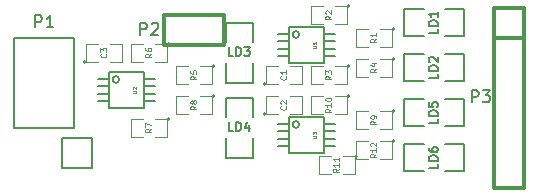
<source format=gto>
G04 (created by PCBNEW (2013-07-07 BZR 4022)-stable) date 27/01/2014 14:30:20*
%MOIN*%
G04 Gerber Fmt 3.4, Leading zero omitted, Abs format*
%FSLAX34Y34*%
G01*
G70*
G90*
G04 APERTURE LIST*
%ADD10C,0.00590551*%
%ADD11C,0.005*%
%ADD12C,0.0039*%
%ADD13C,0.012*%
%ADD14C,0.008*%
%ADD15C,0.006*%
%ADD16C,0.0043*%
%ADD17C,0.0028*%
G04 APERTURE END LIST*
G54D10*
G54D11*
X77450Y-62500D02*
X76550Y-62500D01*
X76550Y-62500D02*
X76550Y-63150D01*
X77450Y-63850D02*
X77450Y-64500D01*
X77450Y-64500D02*
X76550Y-64500D01*
X76550Y-64500D02*
X76550Y-63850D01*
X77450Y-63150D02*
X77450Y-62500D01*
X82500Y-62550D02*
X82500Y-63450D01*
X82500Y-63450D02*
X83150Y-63450D01*
X83850Y-62550D02*
X84500Y-62550D01*
X84500Y-62550D02*
X84500Y-63450D01*
X84500Y-63450D02*
X83850Y-63450D01*
X83150Y-62550D02*
X82500Y-62550D01*
X82500Y-61050D02*
X82500Y-61950D01*
X82500Y-61950D02*
X83150Y-61950D01*
X83850Y-61050D02*
X84500Y-61050D01*
X84500Y-61050D02*
X84500Y-61950D01*
X84500Y-61950D02*
X83850Y-61950D01*
X83150Y-61050D02*
X82500Y-61050D01*
X82500Y-59550D02*
X82500Y-60450D01*
X82500Y-60450D02*
X83150Y-60450D01*
X83850Y-59550D02*
X84500Y-59550D01*
X84500Y-59550D02*
X84500Y-60450D01*
X84500Y-60450D02*
X83850Y-60450D01*
X83150Y-59550D02*
X82500Y-59550D01*
X82500Y-64050D02*
X82500Y-64950D01*
X82500Y-64950D02*
X83150Y-64950D01*
X83850Y-64050D02*
X84500Y-64050D01*
X84500Y-64050D02*
X84500Y-64950D01*
X84500Y-64950D02*
X83850Y-64950D01*
X83150Y-64050D02*
X82500Y-64050D01*
X76550Y-62000D02*
X77450Y-62000D01*
X77450Y-62000D02*
X77450Y-61350D01*
X76550Y-60650D02*
X76550Y-60000D01*
X76550Y-60000D02*
X77450Y-60000D01*
X77450Y-60000D02*
X77450Y-60650D01*
X76550Y-61350D02*
X76550Y-62000D01*
G54D12*
X74700Y-63200D02*
G75*
G03X74700Y-63200I-50J0D01*
G74*
G01*
X74200Y-63200D02*
X74600Y-63200D01*
X74600Y-63200D02*
X74600Y-63800D01*
X74600Y-63800D02*
X74200Y-63800D01*
X73800Y-63800D02*
X73400Y-63800D01*
X73400Y-63800D02*
X73400Y-63200D01*
X73400Y-63200D02*
X73800Y-63200D01*
X76200Y-62450D02*
G75*
G03X76200Y-62450I-50J0D01*
G74*
G01*
X75700Y-62450D02*
X76100Y-62450D01*
X76100Y-62450D02*
X76100Y-63050D01*
X76100Y-63050D02*
X75700Y-63050D01*
X75300Y-63050D02*
X74900Y-63050D01*
X74900Y-63050D02*
X74900Y-62450D01*
X74900Y-62450D02*
X75300Y-62450D01*
X80700Y-62450D02*
G75*
G03X80700Y-62450I-50J0D01*
G74*
G01*
X80200Y-62450D02*
X80600Y-62450D01*
X80600Y-62450D02*
X80600Y-63050D01*
X80600Y-63050D02*
X80200Y-63050D01*
X79800Y-63050D02*
X79400Y-63050D01*
X79400Y-63050D02*
X79400Y-62450D01*
X79400Y-62450D02*
X79800Y-62450D01*
X80700Y-61450D02*
G75*
G03X80700Y-61450I-50J0D01*
G74*
G01*
X80200Y-61450D02*
X80600Y-61450D01*
X80600Y-61450D02*
X80600Y-62050D01*
X80600Y-62050D02*
X80200Y-62050D01*
X79800Y-62050D02*
X79400Y-62050D01*
X79400Y-62050D02*
X79400Y-61450D01*
X79400Y-61450D02*
X79800Y-61450D01*
X82200Y-61200D02*
G75*
G03X82200Y-61200I-50J0D01*
G74*
G01*
X81700Y-61200D02*
X82100Y-61200D01*
X82100Y-61200D02*
X82100Y-61800D01*
X82100Y-61800D02*
X81700Y-61800D01*
X81300Y-61800D02*
X80900Y-61800D01*
X80900Y-61800D02*
X80900Y-61200D01*
X80900Y-61200D02*
X81300Y-61200D01*
X77900Y-63050D02*
G75*
G03X77900Y-63050I-50J0D01*
G74*
G01*
X78300Y-63050D02*
X77900Y-63050D01*
X77900Y-63050D02*
X77900Y-62450D01*
X77900Y-62450D02*
X78300Y-62450D01*
X78700Y-62450D02*
X79100Y-62450D01*
X79100Y-62450D02*
X79100Y-63050D01*
X79100Y-63050D02*
X78700Y-63050D01*
X82200Y-60200D02*
G75*
G03X82200Y-60200I-50J0D01*
G74*
G01*
X81700Y-60200D02*
X82100Y-60200D01*
X82100Y-60200D02*
X82100Y-60800D01*
X82100Y-60800D02*
X81700Y-60800D01*
X81300Y-60800D02*
X80900Y-60800D01*
X80900Y-60800D02*
X80900Y-60200D01*
X80900Y-60200D02*
X81300Y-60200D01*
X80700Y-59450D02*
G75*
G03X80700Y-59450I-50J0D01*
G74*
G01*
X80200Y-59450D02*
X80600Y-59450D01*
X80600Y-59450D02*
X80600Y-60050D01*
X80600Y-60050D02*
X80200Y-60050D01*
X79800Y-60050D02*
X79400Y-60050D01*
X79400Y-60050D02*
X79400Y-59450D01*
X79400Y-59450D02*
X79800Y-59450D01*
X76200Y-61450D02*
G75*
G03X76200Y-61450I-50J0D01*
G74*
G01*
X75700Y-61450D02*
X76100Y-61450D01*
X76100Y-61450D02*
X76100Y-62050D01*
X76100Y-62050D02*
X75700Y-62050D01*
X75300Y-62050D02*
X74900Y-62050D01*
X74900Y-62050D02*
X74900Y-61450D01*
X74900Y-61450D02*
X75300Y-61450D01*
X74700Y-60700D02*
G75*
G03X74700Y-60700I-50J0D01*
G74*
G01*
X74200Y-60700D02*
X74600Y-60700D01*
X74600Y-60700D02*
X74600Y-61300D01*
X74600Y-61300D02*
X74200Y-61300D01*
X73800Y-61300D02*
X73400Y-61300D01*
X73400Y-61300D02*
X73400Y-60700D01*
X73400Y-60700D02*
X73800Y-60700D01*
X77900Y-62050D02*
G75*
G03X77900Y-62050I-50J0D01*
G74*
G01*
X78300Y-62050D02*
X77900Y-62050D01*
X77900Y-62050D02*
X77900Y-61450D01*
X77900Y-61450D02*
X78300Y-61450D01*
X78700Y-61450D02*
X79100Y-61450D01*
X79100Y-61450D02*
X79100Y-62050D01*
X79100Y-62050D02*
X78700Y-62050D01*
X82200Y-62950D02*
G75*
G03X82200Y-62950I-50J0D01*
G74*
G01*
X81700Y-62950D02*
X82100Y-62950D01*
X82100Y-62950D02*
X82100Y-63550D01*
X82100Y-63550D02*
X81700Y-63550D01*
X81300Y-63550D02*
X80900Y-63550D01*
X80900Y-63550D02*
X80900Y-62950D01*
X80900Y-62950D02*
X81300Y-62950D01*
X71900Y-61300D02*
G75*
G03X71900Y-61300I-50J0D01*
G74*
G01*
X72300Y-61300D02*
X71900Y-61300D01*
X71900Y-61300D02*
X71900Y-60700D01*
X71900Y-60700D02*
X72300Y-60700D01*
X72700Y-60700D02*
X73100Y-60700D01*
X73100Y-60700D02*
X73100Y-61300D01*
X73100Y-61300D02*
X72700Y-61300D01*
X82200Y-63950D02*
G75*
G03X82200Y-63950I-50J0D01*
G74*
G01*
X81700Y-63950D02*
X82100Y-63950D01*
X82100Y-63950D02*
X82100Y-64550D01*
X82100Y-64550D02*
X81700Y-64550D01*
X81300Y-64550D02*
X80900Y-64550D01*
X80900Y-64550D02*
X80900Y-63950D01*
X80900Y-63950D02*
X81300Y-63950D01*
X80950Y-64450D02*
G75*
G03X80950Y-64450I-50J0D01*
G74*
G01*
X80450Y-64450D02*
X80850Y-64450D01*
X80850Y-64450D02*
X80850Y-65050D01*
X80850Y-65050D02*
X80450Y-65050D01*
X80050Y-65050D02*
X79650Y-65050D01*
X79650Y-65050D02*
X79650Y-64450D01*
X79650Y-64450D02*
X80050Y-64450D01*
G54D13*
X85500Y-59500D02*
X86500Y-59500D01*
X86500Y-59500D02*
X86500Y-65500D01*
X86500Y-65500D02*
X85500Y-65500D01*
X85500Y-65500D02*
X85500Y-59500D01*
X85500Y-60500D02*
X86500Y-60500D01*
X76500Y-59750D02*
X76500Y-60750D01*
X76500Y-60750D02*
X74500Y-60750D01*
X74500Y-60750D02*
X74500Y-59750D01*
X74500Y-59750D02*
X76500Y-59750D01*
G54D14*
X69500Y-63500D02*
X69500Y-60500D01*
X71500Y-60500D02*
X71500Y-63500D01*
X71500Y-63500D02*
X69500Y-63500D01*
X69500Y-60500D02*
X71500Y-60500D01*
G54D11*
X79840Y-63880D02*
X80200Y-63880D01*
X79840Y-63620D02*
X80200Y-63620D01*
X79840Y-63370D02*
X80200Y-63370D01*
X79840Y-64130D02*
X80200Y-64130D01*
X78660Y-64130D02*
X78300Y-64130D01*
X78660Y-63880D02*
X78300Y-63880D01*
X78660Y-63370D02*
X78300Y-63370D01*
X78660Y-63620D02*
X78300Y-63620D01*
X79006Y-63396D02*
G75*
G03X79006Y-63396I-111J0D01*
G74*
G01*
X79841Y-64341D02*
X79841Y-63159D01*
X79841Y-63159D02*
X78659Y-63159D01*
X78659Y-63159D02*
X78659Y-64341D01*
X78659Y-64341D02*
X79841Y-64341D01*
X73840Y-62380D02*
X74200Y-62380D01*
X73840Y-62120D02*
X74200Y-62120D01*
X73840Y-61870D02*
X74200Y-61870D01*
X73840Y-62630D02*
X74200Y-62630D01*
X72660Y-62630D02*
X72300Y-62630D01*
X72660Y-62380D02*
X72300Y-62380D01*
X72660Y-61870D02*
X72300Y-61870D01*
X72660Y-62120D02*
X72300Y-62120D01*
X73006Y-61896D02*
G75*
G03X73006Y-61896I-111J0D01*
G74*
G01*
X73841Y-62841D02*
X73841Y-61659D01*
X73841Y-61659D02*
X72659Y-61659D01*
X72659Y-61659D02*
X72659Y-62841D01*
X72659Y-62841D02*
X73841Y-62841D01*
X79840Y-60880D02*
X80200Y-60880D01*
X79840Y-60620D02*
X80200Y-60620D01*
X79840Y-60370D02*
X80200Y-60370D01*
X79840Y-61130D02*
X80200Y-61130D01*
X78660Y-61130D02*
X78300Y-61130D01*
X78660Y-60880D02*
X78300Y-60880D01*
X78660Y-60370D02*
X78300Y-60370D01*
X78660Y-60620D02*
X78300Y-60620D01*
X79006Y-60396D02*
G75*
G03X79006Y-60396I-111J0D01*
G74*
G01*
X79841Y-61341D02*
X79841Y-60159D01*
X79841Y-60159D02*
X78659Y-60159D01*
X78659Y-60159D02*
X78659Y-61341D01*
X78659Y-61341D02*
X79841Y-61341D01*
G54D15*
X72100Y-64850D02*
X71100Y-64850D01*
X71100Y-63850D02*
X72100Y-63850D01*
X71100Y-64850D02*
X71100Y-63850D01*
X72100Y-63850D02*
X72100Y-64850D01*
G54D11*
X76800Y-63621D02*
X76657Y-63621D01*
X76657Y-63321D01*
X76900Y-63621D02*
X76900Y-63321D01*
X76971Y-63321D01*
X77014Y-63335D01*
X77042Y-63364D01*
X77057Y-63392D01*
X77071Y-63450D01*
X77071Y-63492D01*
X77057Y-63550D01*
X77042Y-63578D01*
X77014Y-63607D01*
X76971Y-63621D01*
X76900Y-63621D01*
X77328Y-63421D02*
X77328Y-63621D01*
X77257Y-63307D02*
X77185Y-63521D01*
X77371Y-63521D01*
X83621Y-63199D02*
X83621Y-63342D01*
X83321Y-63342D01*
X83621Y-63099D02*
X83321Y-63099D01*
X83321Y-63028D01*
X83335Y-62985D01*
X83364Y-62957D01*
X83392Y-62942D01*
X83450Y-62928D01*
X83492Y-62928D01*
X83550Y-62942D01*
X83578Y-62957D01*
X83607Y-62985D01*
X83621Y-63028D01*
X83621Y-63099D01*
X83321Y-62657D02*
X83321Y-62799D01*
X83464Y-62814D01*
X83450Y-62799D01*
X83435Y-62771D01*
X83435Y-62699D01*
X83450Y-62671D01*
X83464Y-62657D01*
X83492Y-62642D01*
X83564Y-62642D01*
X83592Y-62657D01*
X83607Y-62671D01*
X83621Y-62699D01*
X83621Y-62771D01*
X83607Y-62799D01*
X83592Y-62814D01*
X83621Y-61699D02*
X83621Y-61842D01*
X83321Y-61842D01*
X83621Y-61599D02*
X83321Y-61599D01*
X83321Y-61528D01*
X83335Y-61485D01*
X83364Y-61457D01*
X83392Y-61442D01*
X83450Y-61428D01*
X83492Y-61428D01*
X83550Y-61442D01*
X83578Y-61457D01*
X83607Y-61485D01*
X83621Y-61528D01*
X83621Y-61599D01*
X83350Y-61314D02*
X83335Y-61299D01*
X83321Y-61271D01*
X83321Y-61199D01*
X83335Y-61171D01*
X83350Y-61157D01*
X83378Y-61142D01*
X83407Y-61142D01*
X83450Y-61157D01*
X83621Y-61328D01*
X83621Y-61142D01*
X83621Y-60199D02*
X83621Y-60342D01*
X83321Y-60342D01*
X83621Y-60099D02*
X83321Y-60099D01*
X83321Y-60028D01*
X83335Y-59985D01*
X83364Y-59957D01*
X83392Y-59942D01*
X83450Y-59928D01*
X83492Y-59928D01*
X83550Y-59942D01*
X83578Y-59957D01*
X83607Y-59985D01*
X83621Y-60028D01*
X83621Y-60099D01*
X83621Y-59642D02*
X83621Y-59814D01*
X83621Y-59728D02*
X83321Y-59728D01*
X83364Y-59757D01*
X83392Y-59785D01*
X83407Y-59814D01*
X83621Y-64699D02*
X83621Y-64842D01*
X83321Y-64842D01*
X83621Y-64599D02*
X83321Y-64599D01*
X83321Y-64528D01*
X83335Y-64485D01*
X83364Y-64457D01*
X83392Y-64442D01*
X83450Y-64428D01*
X83492Y-64428D01*
X83550Y-64442D01*
X83578Y-64457D01*
X83607Y-64485D01*
X83621Y-64528D01*
X83621Y-64599D01*
X83321Y-64171D02*
X83321Y-64228D01*
X83335Y-64257D01*
X83350Y-64271D01*
X83392Y-64299D01*
X83450Y-64314D01*
X83564Y-64314D01*
X83592Y-64299D01*
X83607Y-64285D01*
X83621Y-64257D01*
X83621Y-64199D01*
X83607Y-64171D01*
X83592Y-64157D01*
X83564Y-64142D01*
X83492Y-64142D01*
X83464Y-64157D01*
X83450Y-64171D01*
X83435Y-64199D01*
X83435Y-64257D01*
X83450Y-64285D01*
X83464Y-64299D01*
X83492Y-64314D01*
X76800Y-61121D02*
X76657Y-61121D01*
X76657Y-60821D01*
X76900Y-61121D02*
X76900Y-60821D01*
X76971Y-60821D01*
X77014Y-60835D01*
X77042Y-60864D01*
X77057Y-60892D01*
X77071Y-60950D01*
X77071Y-60992D01*
X77057Y-61050D01*
X77042Y-61078D01*
X77014Y-61107D01*
X76971Y-61121D01*
X76900Y-61121D01*
X77171Y-60821D02*
X77357Y-60821D01*
X77257Y-60935D01*
X77300Y-60935D01*
X77328Y-60950D01*
X77342Y-60964D01*
X77357Y-60992D01*
X77357Y-61064D01*
X77342Y-61092D01*
X77328Y-61107D01*
X77300Y-61121D01*
X77214Y-61121D01*
X77185Y-61107D01*
X77171Y-61092D01*
G54D16*
X74079Y-63532D02*
X73985Y-63598D01*
X74079Y-63645D02*
X73882Y-63645D01*
X73882Y-63570D01*
X73892Y-63551D01*
X73901Y-63542D01*
X73920Y-63532D01*
X73948Y-63532D01*
X73967Y-63542D01*
X73976Y-63551D01*
X73985Y-63570D01*
X73985Y-63645D01*
X73882Y-63467D02*
X73882Y-63335D01*
X74079Y-63420D01*
X75579Y-62782D02*
X75485Y-62848D01*
X75579Y-62895D02*
X75382Y-62895D01*
X75382Y-62820D01*
X75392Y-62801D01*
X75401Y-62792D01*
X75420Y-62782D01*
X75448Y-62782D01*
X75467Y-62792D01*
X75476Y-62801D01*
X75485Y-62820D01*
X75485Y-62895D01*
X75467Y-62670D02*
X75457Y-62689D01*
X75448Y-62698D01*
X75429Y-62707D01*
X75420Y-62707D01*
X75401Y-62698D01*
X75392Y-62689D01*
X75382Y-62670D01*
X75382Y-62632D01*
X75392Y-62613D01*
X75401Y-62604D01*
X75420Y-62595D01*
X75429Y-62595D01*
X75448Y-62604D01*
X75457Y-62613D01*
X75467Y-62632D01*
X75467Y-62670D01*
X75476Y-62689D01*
X75485Y-62698D01*
X75504Y-62707D01*
X75542Y-62707D01*
X75560Y-62698D01*
X75570Y-62689D01*
X75579Y-62670D01*
X75579Y-62632D01*
X75570Y-62613D01*
X75560Y-62604D01*
X75542Y-62595D01*
X75504Y-62595D01*
X75485Y-62604D01*
X75476Y-62613D01*
X75467Y-62632D01*
X80079Y-62876D02*
X79985Y-62942D01*
X80079Y-62989D02*
X79882Y-62989D01*
X79882Y-62914D01*
X79892Y-62895D01*
X79901Y-62886D01*
X79920Y-62876D01*
X79948Y-62876D01*
X79967Y-62886D01*
X79976Y-62895D01*
X79985Y-62914D01*
X79985Y-62989D01*
X80079Y-62689D02*
X80079Y-62801D01*
X80079Y-62745D02*
X79882Y-62745D01*
X79910Y-62764D01*
X79929Y-62782D01*
X79939Y-62801D01*
X79882Y-62567D02*
X79882Y-62548D01*
X79892Y-62529D01*
X79901Y-62520D01*
X79920Y-62510D01*
X79957Y-62501D01*
X80004Y-62501D01*
X80042Y-62510D01*
X80060Y-62520D01*
X80070Y-62529D01*
X80079Y-62548D01*
X80079Y-62567D01*
X80070Y-62585D01*
X80060Y-62595D01*
X80042Y-62604D01*
X80004Y-62613D01*
X79957Y-62613D01*
X79920Y-62604D01*
X79901Y-62595D01*
X79892Y-62585D01*
X79882Y-62567D01*
X80079Y-61782D02*
X79985Y-61848D01*
X80079Y-61895D02*
X79882Y-61895D01*
X79882Y-61820D01*
X79892Y-61801D01*
X79901Y-61792D01*
X79920Y-61782D01*
X79948Y-61782D01*
X79967Y-61792D01*
X79976Y-61801D01*
X79985Y-61820D01*
X79985Y-61895D01*
X79882Y-61717D02*
X79882Y-61595D01*
X79957Y-61660D01*
X79957Y-61632D01*
X79967Y-61613D01*
X79976Y-61604D01*
X79995Y-61595D01*
X80042Y-61595D01*
X80060Y-61604D01*
X80070Y-61613D01*
X80079Y-61632D01*
X80079Y-61689D01*
X80070Y-61707D01*
X80060Y-61717D01*
X81579Y-61532D02*
X81485Y-61598D01*
X81579Y-61645D02*
X81382Y-61645D01*
X81382Y-61570D01*
X81392Y-61551D01*
X81401Y-61542D01*
X81420Y-61532D01*
X81448Y-61532D01*
X81467Y-61542D01*
X81476Y-61551D01*
X81485Y-61570D01*
X81485Y-61645D01*
X81448Y-61363D02*
X81579Y-61363D01*
X81373Y-61410D02*
X81514Y-61457D01*
X81514Y-61335D01*
X78560Y-62782D02*
X78570Y-62792D01*
X78579Y-62820D01*
X78579Y-62839D01*
X78570Y-62867D01*
X78551Y-62886D01*
X78532Y-62895D01*
X78495Y-62904D01*
X78467Y-62904D01*
X78429Y-62895D01*
X78410Y-62886D01*
X78392Y-62867D01*
X78382Y-62839D01*
X78382Y-62820D01*
X78392Y-62792D01*
X78401Y-62782D01*
X78401Y-62707D02*
X78392Y-62698D01*
X78382Y-62679D01*
X78382Y-62632D01*
X78392Y-62613D01*
X78401Y-62604D01*
X78420Y-62595D01*
X78439Y-62595D01*
X78467Y-62604D01*
X78579Y-62717D01*
X78579Y-62595D01*
X81579Y-60532D02*
X81485Y-60598D01*
X81579Y-60645D02*
X81382Y-60645D01*
X81382Y-60570D01*
X81392Y-60551D01*
X81401Y-60542D01*
X81420Y-60532D01*
X81448Y-60532D01*
X81467Y-60542D01*
X81476Y-60551D01*
X81485Y-60570D01*
X81485Y-60645D01*
X81579Y-60345D02*
X81579Y-60457D01*
X81579Y-60401D02*
X81382Y-60401D01*
X81410Y-60420D01*
X81429Y-60439D01*
X81439Y-60457D01*
X80079Y-59782D02*
X79985Y-59848D01*
X80079Y-59895D02*
X79882Y-59895D01*
X79882Y-59820D01*
X79892Y-59801D01*
X79901Y-59792D01*
X79920Y-59782D01*
X79948Y-59782D01*
X79967Y-59792D01*
X79976Y-59801D01*
X79985Y-59820D01*
X79985Y-59895D01*
X79901Y-59707D02*
X79892Y-59698D01*
X79882Y-59679D01*
X79882Y-59632D01*
X79892Y-59613D01*
X79901Y-59604D01*
X79920Y-59595D01*
X79939Y-59595D01*
X79967Y-59604D01*
X80079Y-59717D01*
X80079Y-59595D01*
X75579Y-61782D02*
X75485Y-61848D01*
X75579Y-61895D02*
X75382Y-61895D01*
X75382Y-61820D01*
X75392Y-61801D01*
X75401Y-61792D01*
X75420Y-61782D01*
X75448Y-61782D01*
X75467Y-61792D01*
X75476Y-61801D01*
X75485Y-61820D01*
X75485Y-61895D01*
X75382Y-61604D02*
X75382Y-61698D01*
X75476Y-61707D01*
X75467Y-61698D01*
X75457Y-61679D01*
X75457Y-61632D01*
X75467Y-61613D01*
X75476Y-61604D01*
X75495Y-61595D01*
X75542Y-61595D01*
X75560Y-61604D01*
X75570Y-61613D01*
X75579Y-61632D01*
X75579Y-61679D01*
X75570Y-61698D01*
X75560Y-61707D01*
X74079Y-61032D02*
X73985Y-61098D01*
X74079Y-61145D02*
X73882Y-61145D01*
X73882Y-61070D01*
X73892Y-61051D01*
X73901Y-61042D01*
X73920Y-61032D01*
X73948Y-61032D01*
X73967Y-61042D01*
X73976Y-61051D01*
X73985Y-61070D01*
X73985Y-61145D01*
X73882Y-60863D02*
X73882Y-60901D01*
X73892Y-60920D01*
X73901Y-60929D01*
X73929Y-60948D01*
X73967Y-60957D01*
X74042Y-60957D01*
X74060Y-60948D01*
X74070Y-60939D01*
X74079Y-60920D01*
X74079Y-60882D01*
X74070Y-60863D01*
X74060Y-60854D01*
X74042Y-60845D01*
X73995Y-60845D01*
X73976Y-60854D01*
X73967Y-60863D01*
X73957Y-60882D01*
X73957Y-60920D01*
X73967Y-60939D01*
X73976Y-60948D01*
X73995Y-60957D01*
X78560Y-61782D02*
X78570Y-61792D01*
X78579Y-61820D01*
X78579Y-61839D01*
X78570Y-61867D01*
X78551Y-61886D01*
X78532Y-61895D01*
X78495Y-61904D01*
X78467Y-61904D01*
X78429Y-61895D01*
X78410Y-61886D01*
X78392Y-61867D01*
X78382Y-61839D01*
X78382Y-61820D01*
X78392Y-61792D01*
X78401Y-61782D01*
X78579Y-61595D02*
X78579Y-61707D01*
X78579Y-61651D02*
X78382Y-61651D01*
X78410Y-61670D01*
X78429Y-61689D01*
X78439Y-61707D01*
X81579Y-63282D02*
X81485Y-63348D01*
X81579Y-63395D02*
X81382Y-63395D01*
X81382Y-63320D01*
X81392Y-63301D01*
X81401Y-63292D01*
X81420Y-63282D01*
X81448Y-63282D01*
X81467Y-63292D01*
X81476Y-63301D01*
X81485Y-63320D01*
X81485Y-63395D01*
X81579Y-63189D02*
X81579Y-63151D01*
X81570Y-63132D01*
X81560Y-63123D01*
X81532Y-63104D01*
X81495Y-63095D01*
X81420Y-63095D01*
X81401Y-63104D01*
X81392Y-63113D01*
X81382Y-63132D01*
X81382Y-63170D01*
X81392Y-63189D01*
X81401Y-63198D01*
X81420Y-63207D01*
X81467Y-63207D01*
X81485Y-63198D01*
X81495Y-63189D01*
X81504Y-63170D01*
X81504Y-63132D01*
X81495Y-63113D01*
X81485Y-63104D01*
X81467Y-63095D01*
X72560Y-61032D02*
X72570Y-61042D01*
X72579Y-61070D01*
X72579Y-61089D01*
X72570Y-61117D01*
X72551Y-61136D01*
X72532Y-61145D01*
X72495Y-61154D01*
X72467Y-61154D01*
X72429Y-61145D01*
X72410Y-61136D01*
X72392Y-61117D01*
X72382Y-61089D01*
X72382Y-61070D01*
X72392Y-61042D01*
X72401Y-61032D01*
X72382Y-60967D02*
X72382Y-60845D01*
X72457Y-60910D01*
X72457Y-60882D01*
X72467Y-60863D01*
X72476Y-60854D01*
X72495Y-60845D01*
X72542Y-60845D01*
X72560Y-60854D01*
X72570Y-60863D01*
X72579Y-60882D01*
X72579Y-60939D01*
X72570Y-60957D01*
X72560Y-60967D01*
X81579Y-64376D02*
X81485Y-64442D01*
X81579Y-64489D02*
X81382Y-64489D01*
X81382Y-64414D01*
X81392Y-64395D01*
X81401Y-64386D01*
X81420Y-64376D01*
X81448Y-64376D01*
X81467Y-64386D01*
X81476Y-64395D01*
X81485Y-64414D01*
X81485Y-64489D01*
X81579Y-64189D02*
X81579Y-64301D01*
X81579Y-64245D02*
X81382Y-64245D01*
X81410Y-64264D01*
X81429Y-64282D01*
X81439Y-64301D01*
X81401Y-64113D02*
X81392Y-64104D01*
X81382Y-64085D01*
X81382Y-64038D01*
X81392Y-64020D01*
X81401Y-64010D01*
X81420Y-64001D01*
X81439Y-64001D01*
X81467Y-64010D01*
X81579Y-64123D01*
X81579Y-64001D01*
X80329Y-64876D02*
X80235Y-64942D01*
X80329Y-64989D02*
X80132Y-64989D01*
X80132Y-64914D01*
X80142Y-64895D01*
X80151Y-64886D01*
X80170Y-64876D01*
X80198Y-64876D01*
X80217Y-64886D01*
X80226Y-64895D01*
X80235Y-64914D01*
X80235Y-64989D01*
X80329Y-64689D02*
X80329Y-64801D01*
X80329Y-64745D02*
X80132Y-64745D01*
X80160Y-64764D01*
X80179Y-64782D01*
X80189Y-64801D01*
X80329Y-64501D02*
X80329Y-64613D01*
X80329Y-64557D02*
X80132Y-64557D01*
X80160Y-64576D01*
X80179Y-64595D01*
X80189Y-64613D01*
G54D14*
X84754Y-62661D02*
X84754Y-62261D01*
X84907Y-62261D01*
X84945Y-62280D01*
X84964Y-62300D01*
X84983Y-62338D01*
X84983Y-62395D01*
X84964Y-62433D01*
X84945Y-62452D01*
X84907Y-62471D01*
X84754Y-62471D01*
X85116Y-62261D02*
X85364Y-62261D01*
X85230Y-62414D01*
X85288Y-62414D01*
X85326Y-62433D01*
X85345Y-62452D01*
X85364Y-62490D01*
X85364Y-62585D01*
X85345Y-62623D01*
X85326Y-62642D01*
X85288Y-62661D01*
X85173Y-62661D01*
X85135Y-62642D01*
X85116Y-62623D01*
X73704Y-60411D02*
X73704Y-60011D01*
X73857Y-60011D01*
X73895Y-60030D01*
X73914Y-60050D01*
X73933Y-60088D01*
X73933Y-60145D01*
X73914Y-60183D01*
X73895Y-60202D01*
X73857Y-60221D01*
X73704Y-60221D01*
X74085Y-60050D02*
X74104Y-60030D01*
X74142Y-60011D01*
X74238Y-60011D01*
X74276Y-60030D01*
X74295Y-60050D01*
X74314Y-60088D01*
X74314Y-60126D01*
X74295Y-60183D01*
X74066Y-60411D01*
X74314Y-60411D01*
X70204Y-60161D02*
X70204Y-59761D01*
X70357Y-59761D01*
X70395Y-59780D01*
X70414Y-59800D01*
X70433Y-59838D01*
X70433Y-59895D01*
X70414Y-59933D01*
X70395Y-59952D01*
X70357Y-59971D01*
X70204Y-59971D01*
X70814Y-60161D02*
X70585Y-60161D01*
X70700Y-60161D02*
X70700Y-59761D01*
X70661Y-59819D01*
X70623Y-59857D01*
X70585Y-59876D01*
G54D17*
X79455Y-63839D02*
X79551Y-63839D01*
X79562Y-63834D01*
X79568Y-63828D01*
X79573Y-63817D01*
X79573Y-63794D01*
X79568Y-63783D01*
X79562Y-63778D01*
X79551Y-63772D01*
X79455Y-63772D01*
X79455Y-63727D02*
X79455Y-63654D01*
X79500Y-63693D01*
X79500Y-63676D01*
X79506Y-63665D01*
X79511Y-63660D01*
X79523Y-63654D01*
X79551Y-63654D01*
X79562Y-63660D01*
X79568Y-63665D01*
X79573Y-63676D01*
X79573Y-63710D01*
X79568Y-63721D01*
X79562Y-63727D01*
X73455Y-62339D02*
X73551Y-62339D01*
X73562Y-62334D01*
X73568Y-62328D01*
X73573Y-62317D01*
X73573Y-62294D01*
X73568Y-62283D01*
X73562Y-62278D01*
X73551Y-62272D01*
X73455Y-62272D01*
X73467Y-62221D02*
X73461Y-62216D01*
X73455Y-62205D01*
X73455Y-62176D01*
X73461Y-62165D01*
X73467Y-62160D01*
X73478Y-62154D01*
X73489Y-62154D01*
X73506Y-62160D01*
X73573Y-62227D01*
X73573Y-62154D01*
X79455Y-60839D02*
X79551Y-60839D01*
X79562Y-60834D01*
X79568Y-60828D01*
X79573Y-60817D01*
X79573Y-60794D01*
X79568Y-60783D01*
X79562Y-60778D01*
X79551Y-60772D01*
X79455Y-60772D01*
X79573Y-60654D02*
X79573Y-60721D01*
X79573Y-60688D02*
X79455Y-60688D01*
X79472Y-60699D01*
X79483Y-60710D01*
X79489Y-60721D01*
M02*

</source>
